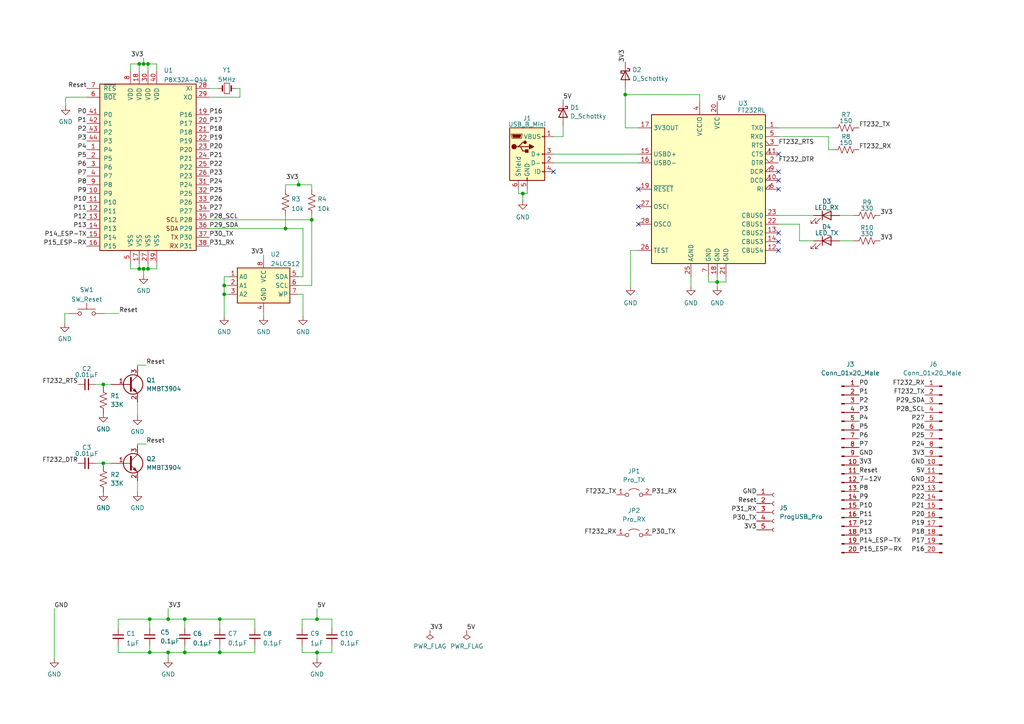
<source format=kicad_sch>
(kicad_sch (version 20211123) (generator eeschema)
  (paper "A4")
  (lib_symbols
    (symbol "Connector:Conn_01x05_Female" (pin_names (offset 1.016) hide)
      (property "Reference" "J" (at 0 7.62 0))
      (property "Value" "Conn_01x05_Female" (at 0 -7.62 0))
      (symbol "Conn_01x05_Female_1_1"
        (arc (start 0 -4.572) (mid -0.508 -5.08) (end 0 -5.588) (stroke (width 0.1524)))
        (arc (start 0 -2.032) (mid -0.508 -2.54) (end 0 -3.048) (stroke (width 0.1524)))
        (polyline (pts (xy -1.27 -5.08) (xy -0.508 -5.08)) (stroke (width 0.1524)))
        (polyline (pts (xy -1.27 -2.54) (xy -0.508 -2.54)) (stroke (width 0.1524)))
        (polyline (pts (xy -1.27 0) (xy -0.508 0)) (stroke (width 0.1524)))
        (polyline (pts (xy -1.27 2.54) (xy -0.508 2.54)) (stroke (width 0.1524)))
        (polyline (pts (xy -1.27 5.08) (xy -0.508 5.08)) (stroke (width 0.1524)))
        (arc (start 0 0.508) (mid -0.508 0) (end 0 -0.508) (stroke (width 0.1524)))
        (arc (start 0 3.048) (mid -0.508 2.54) (end 0 2.032) (stroke (width 0.1524)))
        (arc (start 0 5.588) (mid -0.508 5.08) (end 0 4.572) (stroke (width 0.1524)))
        (pin passive line (at -5.08 5.08 0) (length 3.81) (name "Pin_1") (number "1"))
        (pin passive line (at -5.08 2.54 0) (length 3.81) (name "Pin_2") (number "2"))
        (pin passive line (at -5.08 0 0) (length 3.81) (name "Pin_3") (number "3"))
        (pin passive line (at -5.08 -2.54 0) (length 3.81) (name "Pin_4") (number "4"))
        (pin passive line (at -5.08 -5.08 0) (length 3.81) (name "Pin_5") (number "5"))
      )
    )
    (symbol "Connector:Conn_01x20_Male" (pin_names (offset 1.016) hide)
      (property "Reference" "J" (at 0 25.4 0))
      (property "Value" "Conn_01x20_Male" (at 0 -27.94 0))
      (symbol "Conn_01x20_Male_1_1"
        (polyline (pts (xy 1.27 -25.4) (xy 0.8636 -25.4)) (stroke (width 0.1524)))
        (polyline (pts (xy 1.27 -22.86) (xy 0.8636 -22.86)) (stroke (width 0.1524)))
        (polyline (pts (xy 1.27 -20.32) (xy 0.8636 -20.32)) (stroke (width 0.1524)))
        (polyline (pts (xy 1.27 -17.78) (xy 0.8636 -17.78)) (stroke (width 0.1524)))
        (polyline (pts (xy 1.27 -15.24) (xy 0.8636 -15.24)) (stroke (width 0.1524)))
        (polyline (pts (xy 1.27 -12.7) (xy 0.8636 -12.7)) (stroke (width 0.1524)))
        (polyline (pts (xy 1.27 -10.16) (xy 0.8636 -10.16)) (stroke (width 0.1524)))
        (polyline (pts (xy 1.27 -7.62) (xy 0.8636 -7.62)) (stroke (width 0.1524)))
        (polyline (pts (xy 1.27 -5.08) (xy 0.8636 -5.08)) (stroke (width 0.1524)))
        (polyline (pts (xy 1.27 -2.54) (xy 0.8636 -2.54)) (stroke (width 0.1524)))
        (polyline (pts (xy 1.27 0) (xy 0.8636 0)) (stroke (width 0.1524)))
        (polyline (pts (xy 1.27 2.54) (xy 0.8636 2.54)) (stroke (width 0.1524)))
        (polyline (pts (xy 1.27 5.08) (xy 0.8636 5.08)) (stroke (width 0.1524)))
        (polyline (pts (xy 1.27 7.62) (xy 0.8636 7.62)) (stroke (width 0.1524)))
        (polyline (pts (xy 1.27 10.16) (xy 0.8636 10.16)) (stroke (width 0.1524)))
        (polyline (pts (xy 1.27 12.7) (xy 0.8636 12.7)) (stroke (width 0.1524)))
        (polyline (pts (xy 1.27 15.24) (xy 0.8636 15.24)) (stroke (width 0.1524)))
        (polyline (pts (xy 1.27 17.78) (xy 0.8636 17.78)) (stroke (width 0.1524)))
        (polyline (pts (xy 1.27 20.32) (xy 0.8636 20.32)) (stroke (width 0.1524)))
        (polyline (pts (xy 1.27 22.86) (xy 0.8636 22.86)) (stroke (width 0.1524)))
        (rectangle (start 0.8636 -25.273) (end 0 -25.527) (stroke (width 0.1524)) (fill (type outline)))
        (rectangle (start 0.8636 -22.733) (end 0 -22.987) (stroke (width 0.1524)) (fill (type outline)))
        (rectangle (start 0.8636 -20.193) (end 0 -20.447) (stroke (width 0.1524)) (fill (type outline)))
        (rectangle (start 0.8636 -17.653) (end 0 -17.907) (stroke (width 0.1524)) (fill (type outline)))
        (rectangle (start 0.8636 -15.113) (end 0 -15.367) (stroke (width 0.1524)) (fill (type outline)))
        (rectangle (start 0.8636 -12.573) (end 0 -12.827) (stroke (width 0.1524)) (fill (type outline)))
        (rectangle (start 0.8636 -10.033) (end 0 -10.287) (stroke (width 0.1524)) (fill (type outline)))
        (rectangle (start 0.8636 -7.493) (end 0 -7.747) (stroke (width 0.1524)) (fill (type outline)))
        (rectangle (start 0.8636 -4.953) (end 0 -5.207) (stroke (width 0.1524)) (fill (type outline)))
        (rectangle (start 0.8636 -2.413) (end 0 -2.667) (stroke (width 0.1524)) (fill (type outline)))
        (rectangle (start 0.8636 0.127) (end 0 -0.127) (stroke (width 0.1524)) (fill (type outline)))
        (rectangle (start 0.8636 2.667) (end 0 2.413) (stroke (width 0.1524)) (fill (type outline)))
        (rectangle (start 0.8636 5.207) (end 0 4.953) (stroke (width 0.1524)) (fill (type outline)))
        (rectangle (start 0.8636 7.747) (end 0 7.493) (stroke (width 0.1524)) (fill (type outline)))
        (rectangle (start 0.8636 10.287) (end 0 10.033) (stroke (width 0.1524)) (fill (type outline)))
        (rectangle (start 0.8636 12.827) (end 0 12.573) (stroke (width 0.1524)) (fill (type outline)))
        (rectangle (start 0.8636 15.367) (end 0 15.113) (stroke (width 0.1524)) (fill (type outline)))
        (rectangle (start 0.8636 17.907) (end 0 17.653) (stroke (width 0.1524)) (fill (type outline)))
        (rectangle (start 0.8636 20.447) (end 0 20.193) (stroke (width 0.1524)) (fill (type outline)))
        (rectangle (start 0.8636 22.987) (end 0 22.733) (stroke (width 0.1524)) (fill (type outline)))
        (pin passive line (at 5.08 22.86 180) (length 3.81) (name "Pin_1") (number "1"))
        (pin passive line (at 5.08 0 180) (length 3.81) (name "Pin_10") (number "10"))
        (pin passive line (at 5.08 -2.54 180) (length 3.81) (name "Pin_11") (number "11"))
        (pin passive line (at 5.08 -5.08 180) (length 3.81) (name "Pin_12") (number "12"))
        (pin passive line (at 5.08 -7.62 180) (length 3.81) (name "Pin_13") (number "13"))
        (pin passive line (at 5.08 -10.16 180) (length 3.81) (name "Pin_14") (number "14"))
        (pin passive line (at 5.08 -12.7 180) (length 3.81) (name "Pin_15") (number "15"))
        (pin passive line (at 5.08 -15.24 180) (length 3.81) (name "Pin_16") (number "16"))
        (pin passive line (at 5.08 -17.78 180) (length 3.81) (name "Pin_17") (number "17"))
        (pin passive line (at 5.08 -20.32 180) (length 3.81) (name "Pin_18") (number "18"))
        (pin passive line (at 5.08 -22.86 180) (length 3.81) (name "Pin_19") (number "19"))
        (pin passive line (at 5.08 20.32 180) (length 3.81) (name "Pin_2") (number "2"))
        (pin passive line (at 5.08 -25.4 180) (length 3.81) (name "Pin_20") (number "20"))
        (pin passive line (at 5.08 17.78 180) (length 3.81) (name "Pin_3") (number "3"))
        (pin passive line (at 5.08 15.24 180) (length 3.81) (name "Pin_4") (number "4"))
        (pin passive line (at 5.08 12.7 180) (length 3.81) (name "Pin_5") (number "5"))
        (pin passive line (at 5.08 10.16 180) (length 3.81) (name "Pin_6") (number "6"))
        (pin passive line (at 5.08 7.62 180) (length 3.81) (name "Pin_7") (number "7"))
        (pin passive line (at 5.08 5.08 180) (length 3.81) (name "Pin_8") (number "8"))
        (pin passive line (at 5.08 2.54 180) (length 3.81) (name "Pin_9") (number "9"))
      )
    )
    (symbol "Connector:USB_B_Mini" (pin_names (offset 1.016))
      (property "Reference" "J" (at -5.08 11.43 0))
      (property "Value" "USB_B_Mini" (at -5.08 8.89 0))
      (symbol "USB_B_Mini_0_1"
        (rectangle (start -5.08 -7.62) (end 5.08 7.62) (stroke (width 0.254)) (fill (type background)))
        (circle (center -3.81 2.159) (radius 0.635) (stroke (width 0.254)) (fill (type outline)))
        (circle (center -0.635 3.429) (radius 0.381) (stroke (width 0.254)) (fill (type outline)))
        (rectangle (start -0.127 -7.62) (end 0.127 -6.858))
        (polyline (pts (xy -1.905 2.159) (xy 0.635 2.159)) (stroke (width 0.254)))
        (polyline (pts (xy -3.175 2.159) (xy -2.54 2.159) (xy -1.27 3.429) (xy -0.635 3.429)) (stroke (width 0.254)))
        (polyline (pts (xy -2.54 2.159) (xy -1.905 2.159) (xy -1.27 0.889) (xy 0 0.889)) (stroke (width 0.254)))
        (polyline (pts (xy 0.635 2.794) (xy 0.635 1.524) (xy 1.905 2.159) (xy 0.635 2.794)) (stroke (width 0.254)) (fill (type outline)))
        (polyline (pts (xy -4.318 5.588) (xy -1.778 5.588) (xy -2.032 4.826) (xy -4.064 4.826) (xy -4.318 5.588)) (fill (type outline)))
        (polyline (pts (xy -4.699 5.842) (xy -4.699 5.588) (xy -4.445 4.826) (xy -4.445 4.572) (xy -1.651 4.572) (xy -1.651 4.826) (xy -1.397 5.588) (xy -1.397 5.842) (xy -4.699 5.842)))
        (rectangle (start 0.254 1.27) (end -0.508 0.508) (stroke (width 0.254)) (fill (type outline)))
        (rectangle (start 5.08 -5.207) (end 4.318 -4.953))
        (rectangle (start 5.08 -2.667) (end 4.318 -2.413))
        (rectangle (start 5.08 -0.127) (end 4.318 0.127))
        (rectangle (start 5.08 4.953) (end 4.318 5.207))
      )
      (symbol "USB_B_Mini_1_1"
        (pin power_out line (at 7.62 5.08 180) (length 2.54) (name "VBUS") (number "1"))
        (pin bidirectional line (at 7.62 -2.54 180) (length 2.54) (name "D-") (number "2"))
        (pin bidirectional line (at 7.62 0 180) (length 2.54) (name "D+") (number "3"))
        (pin passive line (at 7.62 -5.08 180) (length 2.54) (name "ID") (number "4"))
        (pin power_out line (at 0 -10.16 90) (length 2.54) (name "GND") (number "5"))
        (pin passive line (at -2.54 -10.16 90) (length 2.54) (name "Shield") (number "6"))
      )
    )
    (symbol "Device:C_Small" (pin_numbers hide) (pin_names (offset 0.254) hide)
      (property "Reference" "C" (at 0.254 1.778 0))
      (property "Value" "C_Small" (at 0.254 -2.032 0))
      (symbol "C_Small_0_1"
        (polyline (pts (xy -1.524 -0.508) (xy 1.524 -0.508)) (stroke (width 0.3302)))
        (polyline (pts (xy -1.524 0.508) (xy 1.524 0.508)) (stroke (width 0.3048)))
      )
      (symbol "C_Small_1_1"
        (pin passive line (at 0 2.54 270) (length 2.032) (name "~") (number "1"))
        (pin passive line (at 0 -2.54 90) (length 2.032) (name "~") (number "2"))
      )
    )
    (symbol "Device:Crystal_Small" (pin_numbers hide) (pin_names (offset 1.016) hide)
      (property "Reference" "Y" (at 0 2.54 0))
      (property "Value" "Crystal_Small" (at 0 -2.54 0))
      (symbol "Crystal_Small_0_1"
        (rectangle (start -0.762 -1.524) (end 0.762 1.524))
        (polyline (pts (xy -1.27 -0.762) (xy -1.27 0.762)) (stroke (width 0.381)))
        (polyline (pts (xy 1.27 -0.762) (xy 1.27 0.762)) (stroke (width 0.381)))
      )
      (symbol "Crystal_Small_1_1"
        (pin passive line (at -2.54 0 0) (length 1.27) (name "1") (number "1"))
        (pin passive line (at 2.54 0 180) (length 1.27) (name "2") (number "2"))
      )
    )
    (symbol "Device:D_Schottky" (pin_numbers hide) (pin_names (offset 1.016) hide)
      (property "Reference" "D" (at 0 2.54 0))
      (property "Value" "D_Schottky" (at 0 -2.54 0))
      (symbol "D_Schottky_0_1"
        (polyline (pts (xy 1.27 0) (xy -1.27 0)))
        (polyline (pts (xy 1.27 1.27) (xy 1.27 -1.27) (xy -1.27 0) (xy 1.27 1.27)) (stroke (width 0.254)))
        (polyline (pts (xy -1.905 0.635) (xy -1.905 1.27) (xy -1.27 1.27) (xy -1.27 -1.27) (xy -0.635 -1.27) (xy -0.635 -0.635)) (stroke (width 0.254)))
      )
      (symbol "D_Schottky_1_1"
        (pin passive line (at -3.81 0 0) (length 2.54) (name "K") (number "1"))
        (pin passive line (at 3.81 0 180) (length 2.54) (name "A") (number "2"))
      )
    )
    (symbol "Device:LED" (pin_numbers hide) (pin_names (offset 1.016) hide)
      (property "Reference" "D" (at 0 2.54 0))
      (property "Value" "LED" (at 0 -2.54 0))
      (symbol "LED_0_1"
        (polyline (pts (xy -1.27 -1.27) (xy -1.27 1.27)) (stroke (width 0.254)))
        (polyline (pts (xy -1.27 0) (xy 1.27 0)))
        (polyline (pts (xy 1.27 -1.27) (xy 1.27 1.27) (xy -1.27 0) (xy 1.27 -1.27)) (stroke (width 0.254)))
        (polyline (pts (xy -3.048 -0.762) (xy -4.572 -2.286) (xy -3.81 -2.286) (xy -4.572 -2.286) (xy -4.572 -1.524)))
        (polyline (pts (xy -1.778 -0.762) (xy -3.302 -2.286) (xy -2.54 -2.286) (xy -3.302 -2.286) (xy -3.302 -1.524)))
      )
      (symbol "LED_1_1"
        (pin passive line (at -3.81 0 0) (length 2.54) (name "K") (number "1"))
        (pin passive line (at 3.81 0 180) (length 2.54) (name "A") (number "2"))
      )
    )
    (symbol "Device:R_US" (pin_numbers hide) (pin_names (offset 0))
      (property "Reference" "R" (at 2.54 0 90))
      (property "Value" "R_US" (at -2.54 0 90))
      (symbol "R_US_0_1"
        (polyline (pts (xy 0 -2.286) (xy 0 -2.54)))
        (polyline (pts (xy 0 2.286) (xy 0 2.54)))
        (polyline (pts (xy 0 -0.762) (xy 1.016 -1.143) (xy 0 -1.524) (xy -1.016 -1.905) (xy 0 -2.286)))
        (polyline (pts (xy 0 0.762) (xy 1.016 0.381) (xy 0 0) (xy -1.016 -0.381) (xy 0 -0.762)))
        (polyline (pts (xy 0 2.286) (xy 1.016 1.905) (xy 0 1.524) (xy -1.016 1.143) (xy 0 0.762)))
      )
      (symbol "R_US_1_1"
        (pin passive line (at 0 3.81 270) (length 1.27) (name "~") (number "1"))
        (pin passive line (at 0 -3.81 90) (length 1.27) (name "~") (number "2"))
      )
    )
    (symbol "Interface_USB:FT232RL"
      (property "Reference" "U" (at -16.51 22.86 0))
      (property "Value" "FT232RL" (at 10.16 22.86 0))
      (symbol "FT232RL_0_1"
        (rectangle (start -16.51 21.59) (end 16.51 -21.59) (stroke (width 0.254)) (fill (type background)))
      )
      (symbol "FT232RL_1_1"
        (pin output line (at 20.32 17.78 180) (length 3.81) (name "TXD") (number "1"))
        (pin input input_low (at 20.32 2.54 180) (length 3.81) (name "DCD") (number "10"))
        (pin input input_low (at 20.32 10.16 180) (length 3.81) (name "CTS") (number "11"))
        (pin bidirectional line (at 20.32 -17.78 180) (length 3.81) (name "CBUS4") (number "12"))
        (pin bidirectional line (at 20.32 -12.7 180) (length 3.81) (name "CBUS2") (number "13"))
        (pin bidirectional line (at 20.32 -15.24 180) (length 3.81) (name "CBUS3") (number "14"))
        (pin bidirectional line (at -20.32 10.16 0) (length 3.81) (name "USBD+") (number "15"))
        (pin bidirectional line (at -20.32 7.62 0) (length 3.81) (name "USBD-") (number "16"))
        (pin power_out line (at -20.32 17.78 0) (length 3.81) (name "3V3OUT") (number "17"))
        (pin power_in line (at 2.54 -25.4 90) (length 3.81) (name "GND") (number "18"))
        (pin input line (at -20.32 0 0) (length 3.81) (name "~{RESET}") (number "19"))
        (pin output output_low (at 20.32 7.62 180) (length 3.81) (name "DTR") (number "2"))
        (pin power_in line (at 2.54 25.4 270) (length 3.81) (name "VCC") (number "20"))
        (pin power_in line (at 5.08 -25.4 90) (length 3.81) (name "GND") (number "21"))
        (pin bidirectional line (at 20.32 -10.16 180) (length 3.81) (name "CBUS1") (number "22"))
        (pin bidirectional line (at 20.32 -7.62 180) (length 3.81) (name "CBUS0") (number "23"))
        (pin power_in line (at -5.08 -25.4 90) (length 3.81) (name "AGND") (number "25"))
        (pin input line (at -20.32 -17.78 0) (length 3.81) (name "TEST") (number "26"))
        (pin input line (at -20.32 -5.08 0) (length 3.81) (name "OSCI") (number "27"))
        (pin output line (at -20.32 -10.16 0) (length 3.81) (name "OSCO") (number "28"))
        (pin output output_low (at 20.32 12.7 180) (length 3.81) (name "RTS") (number "3"))
        (pin power_in line (at -2.54 25.4 270) (length 3.81) (name "VCCIO") (number "4"))
        (pin input line (at 20.32 15.24 180) (length 3.81) (name "RXD") (number "5"))
        (pin input input_low (at 20.32 0 180) (length 3.81) (name "RI") (number "6"))
        (pin power_in line (at 0 -25.4 90) (length 3.81) (name "GND") (number "7"))
        (pin input input_low (at 20.32 5.08 180) (length 3.81) (name "DCR") (number "9"))
      )
    )
    (symbol "Jumper:Jumper_2_Open" (pin_names (offset 0) hide)
      (property "Reference" "JP" (at 0 2.794 0))
      (property "Value" "Jumper_2_Open" (at 0 -2.286 0))
      (symbol "Jumper_2_Open_0_0"
        (circle (center -2.032 0) (radius 0.508))
        (circle (center 2.032 0) (radius 0.508))
      )
      (symbol "Jumper_2_Open_0_1"
        (arc (start 1.524 1.27) (mid 0 1.778) (end -1.524 1.27))
      )
      (symbol "Jumper_2_Open_1_1"
        (pin passive line (at -5.08 0 0) (length 2.54) (name "A") (number "1"))
        (pin passive line (at 5.08 0 180) (length 2.54) (name "B") (number "2"))
      )
    )
    (symbol "MCU_Parallax:P8X32A-Q44" (pin_names (offset 1.016))
      (property "Reference" "U" (at -13.97 25.4 0))
      (property "Value" "P8X32A-Q44" (at 3.81 25.4 0))
      (symbol "P8X32A-Q44_0_1"
        (rectangle (start -13.97 24.13) (end 13.97 -24.13) (stroke (width 0.254)) (fill (type background)))
        (text "RX" (at 8.89 -22.86 0) (effects (font (size 1.27 1.27)) (justify right)))
        (text "SCL" (at 8.89 -15.24 0) (effects (font (size 1.27 1.27)) (justify right)))
        (text "SDA" (at 8.89 -17.78 0) (effects (font (size 1.27 1.27)) (justify right)))
        (text "TX" (at 8.89 -20.32 0) (effects (font (size 1.27 1.27)) (justify right)))
        (pin bidirectional line (at -17.78 5.08 0) (length 3.81) (name "P4") (number "1"))
        (pin bidirectional line (at -17.78 -7.62 0) (length 3.81) (name "P9") (number "10"))
        (pin bidirectional line (at -17.78 -10.16 0) (length 3.81) (name "P10") (number "11"))
        (pin bidirectional line (at -17.78 -12.7 0) (length 3.81) (name "P11") (number "12"))
        (pin bidirectional line (at -17.78 -15.24 0) (length 3.81) (name "P12") (number "13"))
        (pin bidirectional line (at -17.78 -17.78 0) (length 3.81) (name "P13") (number "14"))
        (pin bidirectional line (at -17.78 -20.32 0) (length 3.81) (name "P14") (number "15"))
        (pin bidirectional line (at -17.78 -22.86 0) (length 3.81) (name "P15") (number "16"))
        (pin power_in line (at -2.54 -27.94 90) (length 3.81) (name "VSS") (number "17"))
        (pin power_in line (at -2.54 27.94 270) (length 3.81) (name "VDD") (number "18"))
        (pin bidirectional line (at 17.78 15.24 180) (length 3.81) (name "P16") (number "19"))
        (pin bidirectional line (at -17.78 2.54 0) (length 3.81) (name "P5") (number "2"))
        (pin bidirectional line (at 17.78 12.7 180) (length 3.81) (name "P17") (number "20"))
        (pin bidirectional line (at 17.78 10.16 180) (length 3.81) (name "P18") (number "21"))
        (pin bidirectional line (at 17.78 7.62 180) (length 3.81) (name "P19") (number "22"))
        (pin bidirectional line (at 17.78 5.08 180) (length 3.81) (name "P20") (number "23"))
        (pin bidirectional line (at 17.78 2.54 180) (length 3.81) (name "P21") (number "24"))
        (pin bidirectional line (at 17.78 0 180) (length 3.81) (name "P22") (number "25"))
        (pin bidirectional line (at 17.78 -2.54 180) (length 3.81) (name "P23") (number "26"))
        (pin power_in line (at 0 -27.94 90) (length 3.81) (name "VSS") (number "27"))
        (pin input line (at 17.78 22.86 180) (length 3.81) (name "XI") (number "28"))
        (pin output line (at 17.78 20.32 180) (length 3.81) (name "XO") (number "29"))
        (pin bidirectional line (at -17.78 0 0) (length 3.81) (name "P6") (number "3"))
        (pin power_in line (at 0 27.94 270) (length 3.81) (name "VDD") (number "30"))
        (pin bidirectional line (at 17.78 -5.08 180) (length 3.81) (name "P24") (number "31"))
        (pin bidirectional line (at 17.78 -7.62 180) (length 3.81) (name "P25") (number "32"))
        (pin bidirectional line (at 17.78 -10.16 180) (length 3.81) (name "P26") (number "33"))
        (pin bidirectional line (at 17.78 -12.7 180) (length 3.81) (name "P27") (number "34"))
        (pin bidirectional line (at 17.78 -15.24 180) (length 3.81) (name "P28") (number "35"))
        (pin bidirectional line (at 17.78 -17.78 180) (length 3.81) (name "P29") (number "36"))
        (pin bidirectional line (at 17.78 -20.32 180) (length 3.81) (name "P30") (number "37"))
        (pin bidirectional line (at 17.78 -22.86 180) (length 3.81) (name "P31") (number "38"))
        (pin power_in line (at 2.54 -27.94 90) (length 3.81) (name "VSS") (number "39"))
        (pin bidirectional line (at -17.78 -2.54 0) (length 3.81) (name "P7") (number "4"))
        (pin power_in line (at 2.54 27.94 270) (length 3.81) (name "VDD") (number "40"))
        (pin bidirectional line (at -17.78 15.24 0) (length 3.81) (name "P0") (number "41"))
        (pin bidirectional line (at -17.78 12.7 0) (length 3.81) (name "P1") (number "42"))
        (pin bidirectional line (at -17.78 10.16 0) (length 3.81) (name "P2") (number "43"))
        (pin bidirectional line (at -17.78 7.62 0) (length 3.81) (name "P3") (number "44"))
        (pin power_in line (at -5.08 -27.94 90) (length 3.81) (name "VSS") (number "5"))
        (pin input line (at -17.78 20.32 0) (length 3.81) (name "~{BOE}") (number "6"))
        (pin bidirectional line (at -17.78 22.86 0) (length 3.81) (name "~{RES}") (number "7"))
        (pin power_in line (at -5.08 27.94 270) (length 3.81) (name "VDD") (number "8"))
        (pin bidirectional line (at -17.78 -5.08 0) (length 3.81) (name "P8") (number "9"))
      )
    )
    (symbol "Memory_EEPROM:24LC512"
      (property "Reference" "U" (at -6.35 6.35 0))
      (property "Value" "24LC512" (at 1.27 6.35 0))
      (symbol "24LC512_1_1"
        (rectangle (start -7.62 5.08) (end 7.62 -5.08) (stroke (width 0.254)) (fill (type background)))
        (pin input line (at -10.16 2.54 0) (length 2.54) (name "A0") (number "1"))
        (pin input line (at -10.16 0 0) (length 2.54) (name "A1") (number "2"))
        (pin input line (at -10.16 -2.54 0) (length 2.54) (name "A2") (number "3"))
        (pin power_in line (at 0 -7.62 90) (length 2.54) (name "GND") (number "4"))
        (pin bidirectional line (at 10.16 2.54 180) (length 2.54) (name "SDA") (number "5"))
        (pin input line (at 10.16 0 180) (length 2.54) (name "SCL") (number "6"))
        (pin input line (at 10.16 -2.54 180) (length 2.54) (name "WP") (number "7"))
        (pin power_in line (at 0 7.62 270) (length 2.54) (name "VCC") (number "8"))
      )
    )
    (symbol "Switch:SW_Push" (pin_numbers hide) (pin_names (offset 1.016) hide)
      (property "Reference" "SW" (at 1.27 2.54 0))
      (property "Value" "SW_Push" (at 0 -1.524 0))
      (symbol "SW_Push_0_1"
        (circle (center -2.032 0) (radius 0.508))
        (polyline (pts (xy 0 1.27) (xy 0 3.048)))
        (polyline (pts (xy 2.54 1.27) (xy -2.54 1.27)))
        (circle (center 2.032 0) (radius 0.508))
        (pin passive line (at -5.08 0 0) (length 2.54) (name "1") (number "1"))
        (pin passive line (at 5.08 0 180) (length 2.54) (name "2") (number "2"))
      )
    )
    (symbol "Transistor_BJT:MMBT3904" (pin_names (offset 0) hide)
      (property "Reference" "Q" (at 5.08 1.905 0))
      (property "Value" "MMBT3904" (at 5.08 0 0))
      (symbol "MMBT3904_0_1"
        (polyline (pts (xy 0.635 0.635) (xy 2.54 2.54)))
        (polyline (pts (xy 0.635 -0.635) (xy 2.54 -2.54) (xy 2.54 -2.54)))
        (polyline (pts (xy 0.635 1.905) (xy 0.635 -1.905) (xy 0.635 -1.905)) (stroke (width 0.508)))
        (polyline (pts (xy 1.27 -1.778) (xy 1.778 -1.27) (xy 2.286 -2.286) (xy 1.27 -1.778) (xy 1.27 -1.778)) (fill (type outline)))
        (circle (center 1.27 0) (radius 2.8194) (stroke (width 0.254)))
      )
      (symbol "MMBT3904_1_1"
        (pin input line (at -5.08 0 0) (length 5.715) (name "B") (number "1"))
        (pin passive line (at 2.54 -5.08 90) (length 2.54) (name "E") (number "2"))
        (pin passive line (at 2.54 5.08 270) (length 2.54) (name "C") (number "3"))
      )
    )
    (symbol "power:GND" (power) (pin_names (offset 0))
      (property "Value" "GND" (at 0 -3.81 0))
      (symbol "GND_0_1"
        (polyline (pts (xy 0 0) (xy 0 -1.27) (xy 1.27 -1.27) (xy 0 -2.54) (xy -1.27 -1.27) (xy 0 -1.27)))
      )
      (symbol "GND_1_1"
        (pin power_in line (at 0 0 270) (length 0) hide (name "GND") (number "1"))
      )
    )
    (symbol "power:PWR_FLAG" (power) (pin_numbers hide) (pin_names (offset 0) hide)
      (property "Value" "PWR_FLAG" (at 0 3.81 0))
      (symbol "PWR_FLAG_0_0"
        (pin power_out line (at 0 0 90) (length 0) (name "pwr") (number "1"))
      )
      (symbol "PWR_FLAG_0_1"
        (polyline (pts (xy 0 0) (xy 0 1.27) (xy -1.016 1.905) (xy 0 2.54) (xy 1.016 1.905) (xy 0 1.27)))
      )
    )
  )
  (junction (at 82.804 66.294))
  (junction (at 181.356 27.432))
  (junction (at 48.768 189.23))
  (junction (at 63.754 179.578))
  (junction (at 63.754 189.23))
  (junction (at 29.972 134.366))
  (junction (at 53.594 189.23))
  (junction (at 42.926 77.978))
  (junction (at 91.948 179.578))
  (junction (at 65.024 82.804))
  (junction (at 90.424 63.754))
  (junction (at 43.434 179.578))
  (junction (at 151.638 56.134))
  (junction (at 42.926 18.542))
  (junction (at 48.768 179.578))
  (junction (at 53.594 179.578))
  (junction (at 41.656 77.978))
  (junction (at 65.024 85.344))
  (junction (at 40.386 77.978))
  (junction (at 43.434 189.23))
  (junction (at 91.948 189.23))
  (junction (at 86.614 53.594))
  (junction (at 29.972 111.506))
  (junction (at 41.656 18.542))
  (junction (at 40.386 18.542))
  (junction (at 208.026 81.788))
  (no_connect (at 185.166 54.864))
  (no_connect (at 225.806 70.104))
  (no_connect (at 160.528 49.784))
  (no_connect (at 225.806 67.564))
  (no_connect (at 225.806 44.704))
  (no_connect (at 225.806 72.644))
  (no_connect (at 225.806 49.784))
  (no_connect (at 185.166 65.024))
  (no_connect (at 225.806 54.864))
  (no_connect (at 225.806 52.324))
  (no_connect (at 185.166 59.944))
  (wire (pts (xy 160.528 47.244) (xy 185.166 47.244)))
  (wire (pts (xy 43.434 187.198) (xy 43.434 189.23)))
  (wire (pts (xy 86.614 80.264) (xy 87.884 80.264)))
  (wire (pts (xy 34.29 189.23) (xy 43.434 189.23)))
  (wire (pts (xy 86.614 85.344) (xy 87.884 85.344)))
  (wire (pts (xy 86.614 53.594) (xy 90.424 53.594)))
  (wire (pts (xy 29.972 134.366) (xy 29.972 135.128)))
  (wire (pts (xy 82.804 66.294) (xy 87.884 66.294)))
  (wire (pts (xy 19.05 28.194) (xy 25.146 28.194)))
  (wire (pts (xy 40.386 77.978) (xy 37.846 77.978)))
  (wire (pts (xy 231.902 69.85) (xy 235.966 69.85)))
  (wire (pts (xy 60.706 28.194) (xy 69.596 28.194)))
  (wire (pts (xy 151.638 56.134) (xy 151.638 58.166)))
  (wire (pts (xy 152.908 56.134) (xy 151.638 56.134)))
  (wire (pts (xy 82.804 54.864) (xy 82.804 53.594)))
  (wire (pts (xy 225.806 37.084) (xy 241.554 37.084)))
  (wire (pts (xy 20.066 90.932) (xy 18.796 90.932)))
  (wire (pts (xy 41.656 77.978) (xy 42.926 77.978)))
  (wire (pts (xy 69.596 28.194) (xy 69.596 25.654)))
  (wire (pts (xy 152.908 54.864) (xy 152.908 56.134)))
  (wire (pts (xy 91.948 179.578) (xy 87.63 179.578)))
  (wire (pts (xy 53.594 187.198) (xy 53.594 189.23)))
  (wire (pts (xy 37.846 20.574) (xy 37.846 18.542)))
  (wire (pts (xy 45.466 18.542) (xy 45.466 20.574)))
  (wire (pts (xy 76.454 90.424) (xy 76.454 91.694)))
  (wire (pts (xy 90.424 53.594) (xy 90.424 54.864)))
  (wire (pts (xy 231.902 65.024) (xy 231.902 69.85)))
  (wire (pts (xy 225.806 65.024) (xy 231.902 65.024)))
  (wire (pts (xy 185.166 72.644) (xy 182.88 72.644)))
  (wire (pts (xy 86.614 52.324) (xy 86.614 53.594)))
  (wire (pts (xy 91.948 189.23) (xy 96.266 189.23)))
  (wire (pts (xy 27.686 134.366) (xy 29.972 134.366)))
  (wire (pts (xy 243.586 62.484) (xy 247.65 62.484)))
  (wire (pts (xy 73.914 189.23) (xy 63.754 189.23)))
  (wire (pts (xy 42.418 128.778) (xy 39.878 128.778)))
  (wire (pts (xy 63.754 179.578) (xy 63.754 182.118)))
  (wire (pts (xy 210.566 81.788) (xy 208.026 81.788)))
  (wire (pts (xy 63.754 179.578) (xy 73.914 179.578)))
  (wire (pts (xy 181.356 37.084) (xy 181.356 27.432)))
  (wire (pts (xy 19.05 30.734) (xy 19.05 28.194)))
  (wire (pts (xy 200.406 80.264) (xy 200.406 83.058)))
  (wire (pts (xy 53.594 179.578) (xy 53.594 182.118)))
  (wire (pts (xy 90.424 63.754) (xy 90.424 82.804)))
  (wire (pts (xy 87.884 80.264) (xy 87.884 66.294)))
  (wire (pts (xy 73.914 187.198) (xy 73.914 189.23)))
  (wire (pts (xy 202.946 29.464) (xy 202.946 27.432)))
  (wire (pts (xy 90.424 62.484) (xy 90.424 63.754)))
  (wire (pts (xy 30.226 90.932) (xy 34.544 90.932)))
  (wire (pts (xy 87.63 187.198) (xy 87.63 189.23)))
  (wire (pts (xy 240.284 39.624) (xy 240.284 43.434)))
  (wire (pts (xy 66.294 82.804) (xy 65.024 82.804)))
  (wire (pts (xy 48.768 189.23) (xy 53.594 189.23)))
  (wire (pts (xy 29.972 111.506) (xy 29.972 112.268)))
  (wire (pts (xy 76.454 73.914) (xy 76.454 75.184)))
  (wire (pts (xy 42.926 77.978) (xy 42.926 76.454)))
  (wire (pts (xy 66.294 80.264) (xy 65.024 80.264)))
  (wire (pts (xy 37.846 18.542) (xy 40.386 18.542)))
  (wire (pts (xy 42.926 18.542) (xy 45.466 18.542)))
  (wire (pts (xy 39.878 139.446) (xy 39.878 142.748)))
  (wire (pts (xy 41.656 18.542) (xy 40.386 18.542)))
  (wire (pts (xy 34.29 179.578) (xy 43.434 179.578)))
  (wire (pts (xy 45.466 76.454) (xy 45.466 77.978)))
  (wire (pts (xy 60.706 25.654) (xy 63.246 25.654)))
  (wire (pts (xy 41.656 79.756) (xy 41.656 77.978)))
  (wire (pts (xy 82.804 53.594) (xy 86.614 53.594)))
  (wire (pts (xy 39.878 128.778) (xy 39.878 129.286)))
  (wire (pts (xy 225.806 39.624) (xy 240.284 39.624)))
  (wire (pts (xy 73.914 179.578) (xy 73.914 182.118)))
  (wire (pts (xy 15.748 176.53) (xy 15.748 191.008)))
  (wire (pts (xy 34.29 187.198) (xy 34.29 189.23)))
  (wire (pts (xy 34.29 182.118) (xy 34.29 179.578)))
  (wire (pts (xy 41.656 16.764) (xy 41.656 18.542)))
  (wire (pts (xy 225.806 62.484) (xy 235.966 62.484)))
  (wire (pts (xy 202.946 27.432) (xy 181.356 27.432)))
  (wire (pts (xy 87.63 189.23) (xy 91.948 189.23)))
  (wire (pts (xy 42.418 105.918) (xy 39.878 105.918)))
  (wire (pts (xy 91.948 176.53) (xy 91.948 179.578)))
  (wire (pts (xy 45.466 77.978) (xy 42.926 77.978)))
  (wire (pts (xy 205.486 80.264) (xy 205.486 81.788)))
  (wire (pts (xy 65.024 85.344) (xy 65.024 91.694)))
  (wire (pts (xy 163.322 39.624) (xy 163.322 36.576)))
  (wire (pts (xy 29.972 134.366) (xy 32.258 134.366)))
  (wire (pts (xy 150.368 54.864) (xy 150.368 56.134)))
  (wire (pts (xy 243.586 69.85) (xy 247.65 69.85)))
  (wire (pts (xy 90.424 82.804) (xy 86.614 82.804)))
  (wire (pts (xy 60.706 63.754) (xy 90.424 63.754)))
  (wire (pts (xy 40.386 18.542) (xy 40.386 20.574)))
  (wire (pts (xy 43.434 179.578) (xy 48.768 179.578)))
  (wire (pts (xy 181.356 27.432) (xy 181.356 25.654)))
  (wire (pts (xy 48.768 189.23) (xy 48.768 191.008)))
  (wire (pts (xy 82.804 62.484) (xy 82.804 66.294)))
  (wire (pts (xy 96.266 182.118) (xy 96.266 179.578)))
  (wire (pts (xy 160.528 39.624) (xy 163.322 39.624)))
  (wire (pts (xy 18.796 90.932) (xy 18.796 93.726)))
  (wire (pts (xy 69.596 25.654) (xy 68.326 25.654)))
  (wire (pts (xy 240.284 43.434) (xy 241.554 43.434)))
  (wire (pts (xy 65.024 82.804) (xy 65.024 85.344)))
  (wire (pts (xy 185.166 37.084) (xy 181.356 37.084)))
  (wire (pts (xy 48.768 179.578) (xy 53.594 179.578)))
  (wire (pts (xy 208.026 81.788) (xy 208.026 83.058)))
  (wire (pts (xy 27.686 111.506) (xy 29.972 111.506)))
  (wire (pts (xy 41.656 77.978) (xy 40.386 77.978)))
  (wire (pts (xy 91.948 189.23) (xy 91.948 191.008)))
  (wire (pts (xy 63.754 187.198) (xy 63.754 189.23)))
  (wire (pts (xy 43.434 189.23) (xy 48.768 189.23)))
  (wire (pts (xy 87.884 85.344) (xy 87.884 91.694)))
  (wire (pts (xy 29.972 111.506) (xy 32.258 111.506)))
  (wire (pts (xy 91.948 179.578) (xy 96.266 179.578)))
  (wire (pts (xy 96.266 187.198) (xy 96.266 189.23)))
  (wire (pts (xy 37.846 77.978) (xy 37.846 76.454)))
  (wire (pts (xy 39.878 116.586) (xy 39.878 120.65)))
  (wire (pts (xy 208.026 80.264) (xy 208.026 81.788)))
  (wire (pts (xy 150.368 56.134) (xy 151.638 56.134)))
  (wire (pts (xy 40.386 76.454) (xy 40.386 77.978)))
  (wire (pts (xy 182.88 72.644) (xy 182.88 83.058)))
  (wire (pts (xy 53.594 179.578) (xy 63.754 179.578)))
  (wire (pts (xy 43.434 179.578) (xy 43.434 182.118)))
  (wire (pts (xy 39.878 105.918) (xy 39.878 106.426)))
  (wire (pts (xy 160.528 44.704) (xy 185.166 44.704)))
  (wire (pts (xy 42.926 18.542) (xy 41.656 18.542)))
  (wire (pts (xy 48.768 176.53) (xy 48.768 179.578)))
  (wire (pts (xy 60.706 66.294) (xy 82.804 66.294)))
  (wire (pts (xy 66.294 85.344) (xy 65.024 85.344)))
  (wire (pts (xy 53.594 189.23) (xy 63.754 189.23)))
  (wire (pts (xy 65.024 80.264) (xy 65.024 82.804)))
  (wire (pts (xy 210.566 80.264) (xy 210.566 81.788)))
  (wire (pts (xy 42.926 20.574) (xy 42.926 18.542)))
  (wire (pts (xy 205.486 81.788) (xy 208.026 81.788)))
  (wire (pts (xy 87.63 182.118) (xy 87.63 179.578)))
  (label "P16" (at 60.706 33.274 0))
  (label "P31_RX" (at 60.706 71.374 0))
  (label "3V3" (at 219.456 153.67 180))
  (label "P26" (at 60.706 58.674 0))
  (label "P24" (at 268.224 129.794 180))
  (label "P27" (at 60.706 61.214 0))
  (label "P16" (at 268.224 160.274 180))
  (label "P6" (at 249.174 127.254 0))
  (label "Reset" (at 34.544 90.932 0))
  (label "FT232_TX" (at 178.816 143.51 180))
  (label "P10" (at 25.146 58.674 180))
  (label "3V3" (at 76.454 73.914 180))
  (label "P17" (at 268.224 157.734 180))
  (label "3V3" (at 255.27 69.85 0))
  (label "P30_TX" (at 188.976 155.194 0))
  (label "P0" (at 249.174 112.014 0))
  (label "5V" (at 268.224 137.414 180))
  (label "FT232_DTR" (at 225.806 47.244 0))
  (label "P27" (at 268.224 122.174 180))
  (label "P19" (at 60.706 40.894 0))
  (label "P12" (at 25.146 63.754 180))
  (label "P14_ESP-TX" (at 25.146 68.834 180))
  (label "P8" (at 25.146 53.594 180))
  (label "P6" (at 25.146 48.514 180))
  (label "P20" (at 268.224 150.114 180))
  (label "P30_TX" (at 60.706 68.834 0))
  (label "P12" (at 249.174 152.654 0))
  (label "P15_ESP-RX" (at 25.146 71.374 180))
  (label "3V3" (at 41.656 16.764 180))
  (label "P1" (at 249.174 114.554 0))
  (label "FT232_RTS" (at 225.806 42.164 0))
  (label "P18" (at 60.706 38.354 0))
  (label "P14_ESP-TX" (at 249.174 157.734 0))
  (label "P24" (at 60.706 53.594 0))
  (label "FT232_RX" (at 249.174 43.434 0))
  (label "P9" (at 249.174 145.034 0))
  (label "P2" (at 249.174 117.094 0))
  (label "P29_SDA" (at 268.224 117.094 180))
  (label "P30_TX" (at 219.456 151.13 180))
  (label "P26" (at 268.224 124.714 180))
  (label "3V3" (at 249.174 134.874 0))
  (label "3V3" (at 181.356 18.034 90))
  (label "P17" (at 60.706 35.814 0))
  (label "P10" (at 249.174 147.574 0))
  (label "P31_RX" (at 219.456 148.59 180))
  (label "P20" (at 60.706 43.434 0))
  (label "P3" (at 25.146 40.894 180))
  (label "P7" (at 25.146 51.054 180))
  (label "P0" (at 25.146 33.274 180))
  (label "Reset" (at 42.418 105.918 0))
  (label "P19" (at 268.224 152.654 180))
  (label "GND" (at 219.456 143.51 180))
  (label "P5" (at 249.174 124.714 0))
  (label "FT232_RX" (at 178.816 155.194 180))
  (label "3V3" (at 255.27 62.484 0))
  (label "GND" (at 15.748 176.53 0))
  (label "GND" (at 268.224 139.954 180))
  (label "P5" (at 25.146 45.974 180))
  (label "FT232_TX" (at 268.224 114.554 180))
  (label "P23" (at 268.224 142.494 180))
  (label "P22" (at 268.224 145.034 180))
  (label "5V" (at 208.026 29.464 0))
  (label "GND" (at 268.224 134.874 180))
  (label "3V3" (at 48.768 176.53 0))
  (label "P25" (at 60.706 56.134 0))
  (label "Reset" (at 42.418 128.778 0))
  (label "5V" (at 135.382 182.88 0))
  (label "P28_SCL" (at 60.706 63.754 0))
  (label "P25" (at 268.224 127.254 180))
  (label "P1" (at 25.146 35.814 180))
  (label "Reset" (at 249.174 137.414 0))
  (label "P4" (at 249.174 122.174 0))
  (label "P29_SDA" (at 60.706 66.294 0))
  (label "FT232_TX" (at 249.174 37.084 0))
  (label "P4" (at 25.146 43.434 180))
  (label "P31_RX" (at 188.976 143.51 0))
  (label "P23" (at 60.706 51.054 0))
  (label "5V" (at 163.322 28.956 0))
  (label "P11" (at 249.174 150.114 0))
  (label "7-12V" (at 249.174 139.954 0))
  (label "P8" (at 249.174 142.494 0))
  (label "5V" (at 91.948 176.53 0))
  (label "P13" (at 25.146 66.294 180))
  (label "FT232_RTS" (at 22.606 111.506 180))
  (label "P28_SCL" (at 268.224 119.634 180))
  (label "P13" (at 249.174 155.194 0))
  (label "P21" (at 60.706 45.974 0))
  (label "P3" (at 249.174 119.634 0))
  (label "3V3" (at 86.614 52.324 180))
  (label "3V3" (at 268.224 132.334 180))
  (label "Reset" (at 219.456 146.05 180))
  (label "P21" (at 268.224 147.574 180))
  (label "P2" (at 25.146 38.354 180))
  (label "GND" (at 249.174 132.334 0))
  (label "P22" (at 60.706 48.514 0))
  (label "P9" (at 25.146 56.134 180))
  (label "3V3" (at 124.714 182.88 0))
  (label "FT232_RX" (at 268.224 112.014 180))
  (label "P18" (at 268.224 155.194 180))
  (label "Reset" (at 25.146 25.654 180))
  (label "P15_ESP-RX" (at 249.174 160.274 0))
  (label "P7" (at 249.174 129.794 0))
  (label "P11" (at 25.146 61.214 180))
  (label "FT232_DTR" (at 22.606 134.366 180))
  (symbol (lib_id "power:GND") (at 15.748 191.008 0) (unit 1)
    (property "Reference" "#PWR0102" (effects hide))
    (property "Value" "GND" (at 15.748 195.5705 0))
  )
  (symbol (lib_id "power:GND") (at 39.878 120.65 0) (unit 1)
    (property "Reference" "#PWR0103" (effects hide))
    (property "Value" "GND" (at 39.878 125.2125 0))
  )
  (symbol (lib_id "power:GND") (at 208.026 83.058 0) (unit 1)
    (property "Reference" "#PWR0118" (effects hide))
    (property "Value" "GND" (at 208.026 87.884 0))
  )
  (symbol (lib_id "Device:C_Small") (at 25.146 111.506 90) (unit 1)
    (property "Reference" "C2" (at 25.146 106.934 90))
    (property "Value" "0.01µF" (at 25.146 108.712 90))
    (property "Footprint" "Capacitor_SMD:C_0805_2012Metric_Pad1.18x1.45mm_HandSolder" (effects hide))
  )
  (symbol (lib_id "Device:R_US") (at 90.424 58.674 0) (unit 1)
    (property "Reference" "R4" (at 92.075 57.7655 0) (effects (justify left)))
    (property "Value" "10k" (at 92.075 60.5406 0) (effects (justify left)))
    (property "Footprint" "Resistor_SMD:R_0805_2012Metric_Pad1.20x1.40mm_HandSolder" (effects hide))
  )
  (symbol (lib_id "Device:R_US") (at 29.972 116.078 0) (unit 1)
    (property "Reference" "R1" (at 32.004 114.8079 0) (effects (justify left)))
    (property "Value" "33K" (at 32.004 117.3479 0) (effects (justify left)))
    (property "Footprint" "Resistor_SMD:R_0805_2012Metric_Pad1.20x1.40mm_HandSolder" (effects hide))
  )
  (symbol (lib_id "Device:C_Small") (at 25.146 134.366 90) (unit 1)
    (property "Reference" "C3" (at 25.146 129.794 90))
    (property "Value" "0.01µF" (at 25.146 131.572 90))
    (property "Footprint" "Capacitor_SMD:C_0805_2012Metric_Pad1.18x1.45mm_HandSolder" (effects hide))
  )
  (symbol (lib_id "Device:C_Small") (at 73.914 184.658 0) (unit 1)
    (property "Reference" "C8" (at 76.2381 183.7558 0) (effects (justify left)))
    (property "Value" "0.1µF" (at 76.2381 186.5309 0) (effects (justify left)))
    (property "Footprint" "Capacitor_SMD:C_0805_2012Metric_Pad1.18x1.45mm_HandSolder" (effects hide))
  )
  (symbol (lib_id "Connector:Conn_01x20_Male") (at 244.094 134.874 0) (unit 1)
    (property "Reference" "J3" (at 246.634 105.664 0))
    (property "Value" "Conn_01x20_Male" (at 246.634 108.204 0))
    (property "Footprint" "Connector_PinHeader_2.54mm:PinHeader_1x20_P2.54mm_Vertical" (effects hide))
  )
  (symbol (lib_id "Connector:Conn_01x20_Male") (at 273.304 134.874 0) (mirror y) (unit 1)
    (property "Reference" "J6" (at 269.494 105.664 0) (effects (justify right)))
    (property "Value" "Conn_01x20_Male" (at 261.874 108.204 0) (effects (justify right)))
    (property "Footprint" "Connector_PinHeader_2.54mm:PinHeader_1x20_P2.54mm_Vertical" (effects hide))
  )
  (symbol (lib_id "Connector:Conn_01x05_Female") (at 224.536 148.59 0) (unit 1)
    (property "Reference" "J5" (at 226.06 147.3199 0) (effects (justify left)))
    (property "Value" "ProgUSB_Pro" (at 226.06 149.8599 0) (effects (justify left)))
    (property "Footprint" "Connector_PinSocket_2.54mm:PinSocket_1x05_P2.54mm_Horizontal" (effects hide))
  )
  (symbol (lib_id "Device:D_Schottky") (at 181.356 21.844 270) (unit 1)
    (property "Reference" "D2" (at 183.388 20.2564 90) (effects (justify left)))
    (property "Value" "D_Schottky" (at 183.388 22.7964 90) (effects (justify left)))
    (property "Footprint" "Diode_SMD:D_0805_2012Metric_Pad1.15x1.40mm_HandSolder" (effects hide))
  )
  (symbol (lib_id "power:GND") (at 41.656 79.756 0) (unit 1)
    (property "Reference" "#PWR0108" (effects hide))
    (property "Value" "GND" (at 41.656 84.3185 0))
  )
  (symbol (lib_id "Device:R_US") (at 29.972 138.938 0) (unit 1)
    (property "Reference" "R2" (at 32.004 137.6679 0) (effects (justify left)))
    (property "Value" "33K" (at 32.004 140.2079 0) (effects (justify left)))
    (property "Footprint" "Resistor_SMD:R_0805_2012Metric_Pad1.20x1.40mm_HandSolder" (effects hide))
  )
  (symbol (lib_id "power:GND") (at 19.05 30.734 0) (unit 1)
    (property "Reference" "#PWR0110" (effects hide))
    (property "Value" "GND" (at 19.05 35.2965 0))
  )
  (symbol (lib_id "Device:C_Small") (at 34.29 184.658 0) (unit 1)
    (property "Reference" "C1" (at 36.6141 183.7558 0) (effects (justify left)))
    (property "Value" "1µF" (at 36.6141 186.5309 0) (effects (justify left)))
    (property "Footprint" "Capacitor_SMD:C_0805_2012Metric_Pad1.18x1.45mm_HandSolder" (effects hide))
  )
  (symbol (lib_id "power:GND") (at 29.972 119.888 0) (unit 1)
    (property "Reference" "#PWR0106" (effects hide))
    (property "Value" "GND" (at 29.972 124.4505 0))
  )
  (symbol (lib_id "Memory_EEPROM:24LC512") (at 76.454 82.804 0) (unit 1)
    (property "Reference" "U2" (at 78.4734 73.7575 0) (effects (justify left)))
    (property "Value" "24LC512" (at 78.4734 76.5326 0) (effects (justify left)))
    (property "Footprint" "Package_SO:SOIC-8-1EP_3.9x4.9mm_P1.27mm_EP2.41x3.81mm" (effects hide))
    (property "Datasheet" "http://ww1.microchip.com/downloads/en/DeviceDoc/21754M.pdf" (effects hide))
  )
  (symbol (lib_id "Device:C_Small") (at 63.754 184.658 0) (unit 1)
    (property "Reference" "C7" (at 66.0781 183.7558 0) (effects (justify left)))
    (property "Value" "0.1µF" (at 66.0781 186.5309 0) (effects (justify left)))
    (property "Footprint" "Capacitor_SMD:C_0805_2012Metric_Pad1.18x1.45mm_HandSolder" (effects hide))
  )
  (symbol (lib_id "Switch:SW_Push") (at 25.146 90.932 0) (unit 1)
    (property "Reference" "SW1" (at 25.146 84.0445 0))
    (property "Value" "SW_Reset" (at 25.146 86.8196 0))
    (property "Footprint" "Button_Switch_SMD:SW_SPST_CK_RS282G05A3" (effects hide))
  )
  (symbol (lib_id "power:GND") (at 48.768 191.008 0) (unit 1)
    (property "Reference" "#PWR0101" (effects hide))
    (property "Value" "GND" (at 48.768 195.5705 0))
  )
  (symbol (lib_id "power:PWR_FLAG") (at 124.714 182.88 180) (unit 1)
    (property "Reference" "#FLG01" (effects hide))
    (property "Value" "PWR_FLAG" (at 124.714 187.452 0))
  )
  (symbol (lib_id "power:GND") (at 87.884 91.694 0) (unit 1)
    (property "Reference" "#PWR0113" (effects hide))
    (property "Value" "GND" (at 87.884 96.2565 0))
  )
  (symbol (lib_id "Device:R_US") (at 245.364 37.084 90) (unit 1)
    (property "Reference" "R7" (at 245.364 33.274 90))
    (property "Value" "150" (at 245.364 35.052 90))
    (property "Footprint" "Resistor_SMD:R_0805_2012Metric_Pad1.20x1.40mm_HandSolder" (effects hide))
  )
  (symbol (lib_id "Device:R_US") (at 245.364 43.434 90) (unit 1)
    (property "Reference" "R8" (at 245.364 39.624 90))
    (property "Value" "150" (at 245.364 41.402 90))
    (property "Footprint" "Resistor_SMD:R_0805_2012Metric_Pad1.20x1.40mm_HandSolder" (effects hide))
  )
  (symbol (lib_id "power:GND") (at 151.638 58.166 0) (unit 1)
    (property "Reference" "#PWR0116" (effects hide))
    (property "Value" "GND" (at 151.638 62.992 0))
  )
  (symbol (lib_id "power:GND") (at 39.878 142.748 0) (unit 1)
    (property "Reference" "#PWR0105" (effects hide))
    (property "Value" "GND" (at 39.878 147.3105 0))
  )
  (symbol (lib_id "Device:Crystal_Small") (at 65.786 25.654 0) (unit 1)
    (property "Reference" "Y1" (at 65.786 20.2905 0))
    (property "Value" "5MHz" (at 65.786 23.0656 0))
    (property "Footprint" "Crystal:Crystal_SMD_MicroCrystal_CC1V-T1A-2Pin_8.0x3.7mm_HandSoldering" (effects hide))
  )
  (symbol (lib_id "Device:C_Small") (at 43.434 184.658 0) (unit 1)
    (property "Reference" "C5" (at 46.482 183.3942 0) (effects (justify left)))
    (property "Value" "0.1µF" (at 46.482 185.9342 0) (effects (justify left)))
    (property "Footprint" "Capacitor_SMD:C_0805_2012Metric_Pad1.18x1.45mm_HandSolder" (effects hide))
  )
  (symbol (lib_id "Device:C_Small") (at 96.266 184.658 0) (unit 1)
    (property "Reference" "C10" (at 98.5901 183.7558 0) (effects (justify left)))
    (property "Value" "0.1µF" (at 98.5901 186.5309 0) (effects (justify left)))
    (property "Footprint" "Capacitor_SMD:C_0603_1608Metric_Pad1.08x0.95mm_HandSolder" (effects hide))
  )
  (symbol (lib_id "Jumper:Jumper_2_Open") (at 183.896 155.194 0) (unit 1)
    (property "Reference" "JP2" (at 183.896 148.082 0))
    (property "Value" "Pro_RX" (at 183.896 150.622 0))
    (property "Footprint" "Connector_PinHeader_2.54mm:PinHeader_1x02_P2.54mm_Vertical" (effects hide))
  )
  (symbol (lib_id "MCU_Parallax:P8X32A-Q44") (at 42.926 48.514 0) (unit 1)
    (property "Reference" "U1" (at 47.4854 20.4175 0) (effects (justify left)))
    (property "Value" "P8X32A-Q44" (at 47.4854 23.1926 0) (effects (justify left)))
    (property "Footprint" "Package_QFP:LQFP-44_10x10mm_P0.8mm" (effects hide))
    (property "Datasheet" "https://www.parallax.com/sites/default/files/downloads/P8X32A-Propeller-Datasheet-v1.4.0_0.pdf" (effects hide))
  )
  (symbol (lib_id "Interface_USB:FT232RL") (at 205.486 54.864 0) (unit 1)
    (property "Reference" "U3" (at 214.122 29.972 0) (effects (justify left)))
    (property "Value" "FT232RL" (at 213.868 32.004 0) (effects (justify left)))
    (property "Footprint" "Package_SO:SSOP-28_5.3x10.2mm_P0.65mm" (effects hide))
    (property "Datasheet" "https://www.ftdichip.com/Support/Documents/DataSheets/ICs/DS_FT232R.pdf" (effects hide))
  )
  (symbol (lib_id "Jumper:Jumper_2_Open") (at 183.896 143.51 0) (unit 1)
    (property "Reference" "JP1" (at 183.896 136.652 0))
    (property "Value" "Pro_TX" (at 183.896 139.192 0))
    (property "Footprint" "Connector_PinHeader_2.54mm:PinHeader_1x02_P2.54mm_Vertical" (effects hide))
  )
  (symbol (lib_id "power:GND") (at 29.972 142.748 0) (unit 1)
    (property "Reference" "#PWR0104" (effects hide))
    (property "Value" "GND" (at 29.972 147.3105 0))
  )
  (symbol (lib_id "Device:R_US") (at 82.804 58.674 0) (unit 1)
    (property "Reference" "R3" (at 84.455 57.7655 0) (effects (justify left)))
    (property "Value" "10k" (at 84.455 60.5406 0) (effects (justify left)))
    (property "Footprint" "Resistor_SMD:R_0805_2012Metric_Pad1.20x1.40mm_HandSolder" (effects hide))
  )
  (symbol (lib_id "Device:R_US") (at 251.46 62.484 90) (unit 1)
    (property "Reference" "R9" (at 251.46 58.674 90))
    (property "Value" "330" (at 251.46 60.452 90))
    (property "Footprint" "Resistor_SMD:R_0805_2012Metric_Pad1.20x1.40mm_HandSolder" (effects hide))
  )
  (symbol (lib_id "Connector:USB_B_Mini") (at 152.908 44.704 0) (unit 1)
    (property "Reference" "J1" (at 152.908 34.29 0))
    (property "Value" "USB_B_Mini" (at 152.908 36.068 0))
    (property "Footprint" "Connector_USB:USB_Mini-B_Wuerth_65100516121_Horizontal" (effects hide))
  )
  (symbol (lib_id "power:GND") (at 182.88 83.058 0) (unit 1)
    (property "Reference" "#PWR0117" (effects hide))
    (property "Value" "GND" (at 182.88 87.884 0))
  )
  (symbol (lib_id "Transistor_BJT:MMBT3904") (at 37.338 111.506 0) (unit 1)
    (property "Reference" "Q1" (at 42.418 110.2359 0) (effects (justify left)))
    (property "Value" "MMBT3904" (at 42.418 112.7759 0) (effects (justify left)))
    (property "Footprint" "Package_TO_SOT_SMD:SOT-23" (effects hide))
    (property "Datasheet" "https://www.onsemi.com/pub/Collateral/2N3903-D.PDF" (effects hide))
  )
  (symbol (lib_id "Device:C_Small") (at 53.594 184.658 0) (unit 1)
    (property "Reference" "C6" (at 55.9181 183.7558 0) (effects (justify left)))
    (property "Value" "0.1µF" (at 55.9181 186.5309 0) (effects (justify left)))
    (property "Footprint" "Capacitor_SMD:C_0805_2012Metric_Pad1.18x1.45mm_HandSolder" (effects hide))
  )
  (symbol (lib_id "Device:LED") (at 239.776 62.484 0) (unit 1)
    (property "Reference" "D3" (at 239.776 58.42 0))
    (property "Value" "LED_RX" (at 239.776 60.198 0))
    (property "Footprint" "Diode_SMD:D_0805_2012Metric_Pad1.15x1.40mm_HandSolder" (effects hide))
  )
  (symbol (lib_id "power:PWR_FLAG") (at 135.382 182.88 180) (unit 1)
    (property "Reference" "#FLG0101" (effects hide))
    (property "Value" "PWR_FLAG" (at 135.382 187.452 0))
  )
  (symbol (lib_id "power:GND") (at 91.948 191.008 0) (unit 1)
    (property "Reference" "#PWR0107" (effects hide))
    (property "Value" "GND" (at 91.948 195.5705 0))
  )
  (symbol (lib_id "Device:D_Schottky") (at 163.322 32.766 270) (unit 1)
    (property "Reference" "D1" (at 165.354 31.1784 90) (effects (justify left)))
    (property "Value" "D_Schottky" (at 165.354 33.7184 90) (effects (justify left)))
    (property "Footprint" "Diode_SMD:D_0805_2012Metric_Pad1.15x1.40mm_HandSolder" (effects hide))
  )
  (symbol (lib_id "Device:LED") (at 239.776 69.85 0) (unit 1)
    (property "Reference" "D4" (at 239.776 65.786 0))
    (property "Value" "LED_TX" (at 239.776 67.564 0))
    (property "Footprint" "Diode_SMD:D_0805_2012Metric_Pad1.15x1.40mm_HandSolder" (effects hide))
  )
  (symbol (lib_id "Device:R_US") (at 251.46 69.85 90) (unit 1)
    (property "Reference" "R10" (at 251.46 66.04 90))
    (property "Value" "330" (at 251.46 67.818 90))
    (property "Footprint" "Resistor_SMD:R_0805_2012Metric_Pad1.20x1.40mm_HandSolder" (effects hide))
  )
  (symbol (lib_id "Device:C_Small") (at 87.63 184.658 0) (unit 1)
    (property "Reference" "C9" (at 89.9541 183.7558 0) (effects (justify left)))
    (property "Value" "1µF" (at 89.9541 186.5309 0) (effects (justify left)))
    (property "Footprint" "Capacitor_SMD:C_0603_1608Metric_Pad1.08x0.95mm_HandSolder" (effects hide))
  )
  (symbol (lib_id "power:GND") (at 65.024 91.694 0) (unit 1)
    (property "Reference" "#PWR0111" (effects hide))
    (property "Value" "GND" (at 65.024 96.2565 0))
  )
  (symbol (lib_id "power:GND") (at 18.796 93.726 0) (unit 1)
    (property "Reference" "#PWR0109" (effects hide))
    (property "Value" "GND" (at 18.796 98.2885 0))
  )
  (symbol (lib_id "Transistor_BJT:MMBT3904") (at 37.338 134.366 0) (unit 1)
    (property "Reference" "Q2" (at 42.418 133.0959 0) (effects (justify left)))
    (property "Value" "MMBT3904" (at 42.418 135.6359 0) (effects (justify left)))
    (property "Footprint" "Package_TO_SOT_SMD:SOT-23" (effects hide))
    (property "Datasheet" "https://www.onsemi.com/pub/Collateral/2N3903-D.PDF" (effects hide))
  )
  (symbol (lib_id "power:GND") (at 200.406 83.058 0) (unit 1)
    (property "Reference" "#PWR0119" (effects hide))
    (property "Value" "GND" (at 200.406 87.884 0))
  )
  (symbol (lib_id "power:GND") (at 76.454 91.694 0) (unit 1)
    (property "Reference" "#PWR0112" (effects hide))
    (property "Value" "GND" (at 76.454 96.2565 0))
  )
)
</source>
